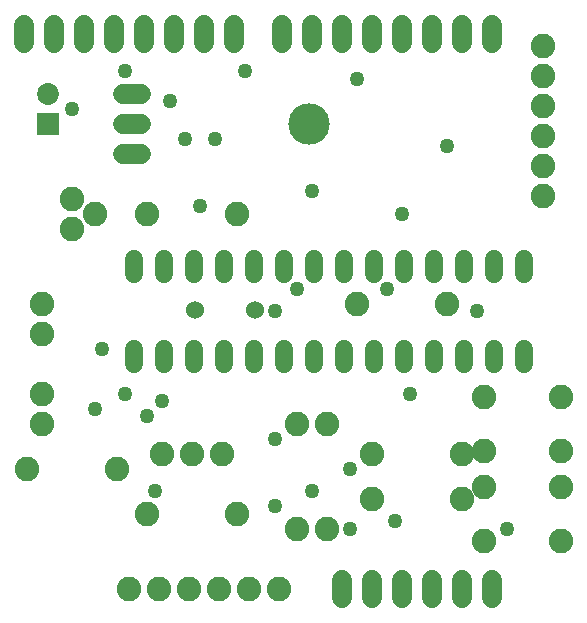
<source format=gbs>
G75*
%MOIN*%
%OFA0B0*%
%FSLAX24Y24*%
%IPPOS*%
%LPD*%
%AMOC8*
5,1,8,0,0,1.08239X$1,22.5*
%
%ADD10C,0.0600*%
%ADD11C,0.0680*%
%ADD12C,0.0820*%
%ADD13C,0.0600*%
%ADD14R,0.0730X0.0730*%
%ADD15C,0.0730*%
%ADD16C,0.1380*%
%ADD17C,0.0500*%
D10*
X004650Y009040D02*
X004650Y009560D01*
X005650Y009560D02*
X005650Y009040D01*
X006650Y009040D02*
X006650Y009560D01*
X007650Y009560D02*
X007650Y009040D01*
X008650Y009040D02*
X008650Y009560D01*
X009650Y009560D02*
X009650Y009040D01*
X010650Y009040D02*
X010650Y009560D01*
X011650Y009560D02*
X011650Y009040D01*
X012650Y009040D02*
X012650Y009560D01*
X013650Y009560D02*
X013650Y009040D01*
X014650Y009040D02*
X014650Y009560D01*
X015650Y009560D02*
X015650Y009040D01*
X016650Y009040D02*
X016650Y009560D01*
X017650Y009560D02*
X017650Y009040D01*
X017650Y012040D02*
X017650Y012560D01*
X016650Y012560D02*
X016650Y012040D01*
X015650Y012040D02*
X015650Y012560D01*
X014650Y012560D02*
X014650Y012040D01*
X013650Y012040D02*
X013650Y012560D01*
X012650Y012560D02*
X012650Y012040D01*
X011650Y012040D02*
X011650Y012560D01*
X010650Y012560D02*
X010650Y012040D01*
X009650Y012040D02*
X009650Y012560D01*
X008650Y012560D02*
X008650Y012040D01*
X007650Y012040D02*
X007650Y012560D01*
X006650Y012560D02*
X006650Y012040D01*
X005650Y012040D02*
X005650Y012560D01*
X004650Y012560D02*
X004650Y012040D01*
D11*
X004900Y016050D02*
X004300Y016050D01*
X004300Y017050D02*
X004900Y017050D01*
X004900Y018050D02*
X004300Y018050D01*
X004000Y019750D02*
X004000Y020350D01*
X005000Y020350D02*
X005000Y019750D01*
X006000Y019750D02*
X006000Y020350D01*
X007000Y020350D02*
X007000Y019750D01*
X008000Y019750D02*
X008000Y020350D01*
X009600Y020350D02*
X009600Y019750D01*
X010600Y019750D02*
X010600Y020350D01*
X011600Y020350D02*
X011600Y019750D01*
X012600Y019750D02*
X012600Y020350D01*
X013600Y020350D02*
X013600Y019750D01*
X014600Y019750D02*
X014600Y020350D01*
X015600Y020350D02*
X015600Y019750D01*
X016600Y019750D02*
X016600Y020350D01*
X003000Y020350D02*
X003000Y019750D01*
X002000Y019750D02*
X002000Y020350D01*
X001000Y020350D02*
X001000Y019750D01*
X011600Y001850D02*
X011600Y001250D01*
X012600Y001250D02*
X012600Y001850D01*
X013600Y001850D02*
X013600Y001250D01*
X014600Y001250D02*
X014600Y001850D01*
X015600Y001850D02*
X015600Y001250D01*
X016600Y001250D02*
X016600Y001850D01*
D12*
X004500Y001550D03*
X005500Y001550D03*
X006500Y001550D03*
X007500Y001550D03*
X008500Y001550D03*
X009500Y001550D03*
X010100Y003550D03*
X011100Y003550D03*
X012600Y004550D03*
X012600Y006050D03*
X011100Y007050D03*
X010100Y007050D03*
X007600Y006050D03*
X006600Y006050D03*
X005600Y006050D03*
X004100Y005550D03*
X005100Y004050D03*
X008100Y004050D03*
X001600Y007050D03*
X001600Y008050D03*
X001600Y010050D03*
X001600Y011050D03*
X002600Y013550D03*
X003350Y014050D03*
X002600Y014550D03*
X005100Y014050D03*
X008100Y014050D03*
X012100Y011050D03*
X015100Y011050D03*
X016320Y007940D03*
X016320Y006160D03*
X015600Y006050D03*
X016320Y004940D03*
X015600Y004550D03*
X016320Y003160D03*
X018880Y003160D03*
X018880Y004940D03*
X018880Y006160D03*
X018880Y007940D03*
X018300Y014650D03*
X018300Y015650D03*
X018300Y016650D03*
X018300Y017650D03*
X018300Y018650D03*
X018300Y019650D03*
X001100Y005550D03*
D13*
X006700Y010850D03*
X008700Y010850D03*
D14*
X001800Y017050D03*
D15*
X001800Y018050D03*
D16*
X010500Y017050D03*
D17*
X012100Y018550D03*
X015100Y016300D03*
X013600Y014050D03*
X013100Y011550D03*
X016100Y010800D03*
X013850Y008050D03*
X011850Y005550D03*
X010600Y004800D03*
X009350Y004300D03*
X009350Y006550D03*
X011850Y003550D03*
X013350Y003800D03*
X017100Y003550D03*
X009350Y010800D03*
X010100Y011550D03*
X010600Y014800D03*
X007350Y016550D03*
X006350Y016550D03*
X005850Y017800D03*
X004350Y018800D03*
X002600Y017550D03*
X006850Y014300D03*
X008350Y018800D03*
X003600Y009550D03*
X004350Y008050D03*
X005100Y007300D03*
X005600Y007800D03*
X003350Y007550D03*
X005350Y004800D03*
M02*

</source>
